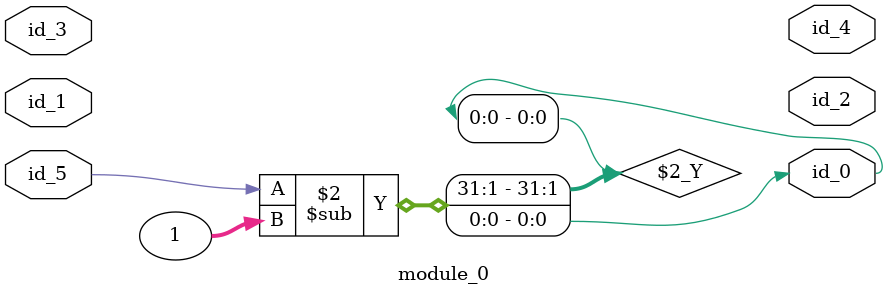
<source format=v>
module module_0 (
    output id_0,
    input  id_1,
    output id_2,
    input  id_3,
    output id_4,
    input  id_5
);
  initial begin
    id_0 = id_5 - 1;
  end
endmodule

</source>
